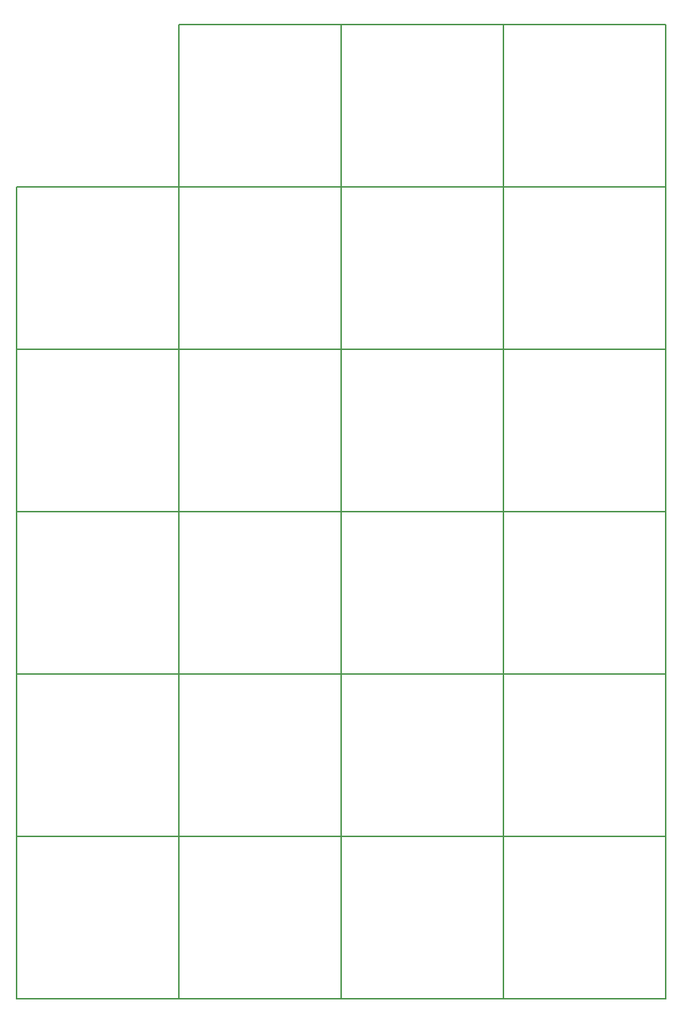
<source format=gbr>
G04 #@! TF.FileFunction,Drawing*
%FSLAX46Y46*%
G04 Gerber Fmt 4.6, Leading zero omitted, Abs format (unit mm)*
G04 Created by KiCad (PCBNEW 4.0.7) date 10/08/19 20:01:45*
%MOMM*%
%LPD*%
G01*
G04 APERTURE LIST*
%ADD10C,0.100000*%
%ADD11C,0.150000*%
G04 APERTURE END LIST*
D10*
D11*
X101600000Y-62865000D02*
X120650000Y-62865000D01*
X120650000Y-62865000D02*
X120650000Y-81915000D01*
X120650000Y-81915000D02*
X101600000Y-81915000D01*
X101600000Y-81915000D02*
X101600000Y-62865000D01*
X82550000Y-158115000D02*
X101600000Y-158115000D01*
X101600000Y-158115000D02*
X101600000Y-177165000D01*
X101600000Y-177165000D02*
X82550000Y-177165000D01*
X82550000Y-177165000D02*
X82550000Y-158115000D01*
X139700000Y-139065000D02*
X158750000Y-139065000D01*
X158750000Y-139065000D02*
X158750000Y-158115000D01*
X158750000Y-158115000D02*
X139700000Y-158115000D01*
X139700000Y-158115000D02*
X139700000Y-139065000D01*
X120650000Y-100965000D02*
X139700000Y-100965000D01*
X139700000Y-100965000D02*
X139700000Y-120015000D01*
X139700000Y-120015000D02*
X120650000Y-120015000D01*
X120650000Y-120015000D02*
X120650000Y-100965000D01*
X101600000Y-158115000D02*
X120650000Y-158115000D01*
X120650000Y-158115000D02*
X120650000Y-177165000D01*
X120650000Y-177165000D02*
X101600000Y-177165000D01*
X101600000Y-177165000D02*
X101600000Y-158115000D01*
X82550000Y-120015000D02*
X101600000Y-120015000D01*
X101600000Y-120015000D02*
X101600000Y-139065000D01*
X101600000Y-139065000D02*
X82550000Y-139065000D01*
X82550000Y-139065000D02*
X82550000Y-120015000D01*
X139700000Y-100965000D02*
X158750000Y-100965000D01*
X158750000Y-100965000D02*
X158750000Y-120015000D01*
X158750000Y-120015000D02*
X139700000Y-120015000D01*
X139700000Y-120015000D02*
X139700000Y-100965000D01*
X120650000Y-158115000D02*
X139700000Y-158115000D01*
X139700000Y-158115000D02*
X139700000Y-177165000D01*
X139700000Y-177165000D02*
X120650000Y-177165000D01*
X120650000Y-177165000D02*
X120650000Y-158115000D01*
X101600000Y-120015000D02*
X120650000Y-120015000D01*
X120650000Y-120015000D02*
X120650000Y-139065000D01*
X120650000Y-139065000D02*
X101600000Y-139065000D01*
X101600000Y-139065000D02*
X101600000Y-120015000D01*
X82550000Y-81915000D02*
X101600000Y-81915000D01*
X101600000Y-81915000D02*
X101600000Y-100965000D01*
X101600000Y-100965000D02*
X82550000Y-100965000D01*
X82550000Y-100965000D02*
X82550000Y-81915000D01*
X139700000Y-158115000D02*
X158750000Y-158115000D01*
X158750000Y-158115000D02*
X158750000Y-177165000D01*
X158750000Y-177165000D02*
X139700000Y-177165000D01*
X139700000Y-177165000D02*
X139700000Y-158115000D01*
X120650000Y-120015000D02*
X139700000Y-120015000D01*
X139700000Y-120015000D02*
X139700000Y-139065000D01*
X139700000Y-139065000D02*
X120650000Y-139065000D01*
X120650000Y-139065000D02*
X120650000Y-120015000D01*
X101600000Y-81915000D02*
X120650000Y-81915000D01*
X120650000Y-81915000D02*
X120650000Y-100965000D01*
X120650000Y-100965000D02*
X101600000Y-100965000D01*
X101600000Y-100965000D02*
X101600000Y-81915000D01*
X82550000Y-139065000D02*
X101600000Y-139065000D01*
X101600000Y-139065000D02*
X101600000Y-158115000D01*
X101600000Y-158115000D02*
X82550000Y-158115000D01*
X82550000Y-158115000D02*
X82550000Y-139065000D01*
X139700000Y-120015000D02*
X158750000Y-120015000D01*
X158750000Y-120015000D02*
X158750000Y-139065000D01*
X158750000Y-139065000D02*
X139700000Y-139065000D01*
X139700000Y-139065000D02*
X139700000Y-120015000D01*
X139700000Y-81915000D02*
X158750000Y-81915000D01*
X158750000Y-81915000D02*
X158750000Y-100965000D01*
X158750000Y-100965000D02*
X139700000Y-100965000D01*
X139700000Y-100965000D02*
X139700000Y-81915000D01*
X101600000Y-139065000D02*
X120650000Y-139065000D01*
X120650000Y-139065000D02*
X120650000Y-158115000D01*
X120650000Y-158115000D02*
X101600000Y-158115000D01*
X101600000Y-158115000D02*
X101600000Y-139065000D01*
X82550000Y-100965000D02*
X101600000Y-100965000D01*
X101600000Y-100965000D02*
X101600000Y-120015000D01*
X101600000Y-120015000D02*
X82550000Y-120015000D01*
X82550000Y-120015000D02*
X82550000Y-100965000D01*
X120650000Y-139065000D02*
X139700000Y-139065000D01*
X139700000Y-139065000D02*
X139700000Y-158115000D01*
X139700000Y-158115000D02*
X120650000Y-158115000D01*
X120650000Y-158115000D02*
X120650000Y-139065000D01*
X101600000Y-100965000D02*
X120650000Y-100965000D01*
X120650000Y-100965000D02*
X120650000Y-120015000D01*
X120650000Y-120015000D02*
X101600000Y-120015000D01*
X101600000Y-120015000D02*
X101600000Y-100965000D01*
X120650000Y-81915000D02*
X139700000Y-81915000D01*
X139700000Y-81915000D02*
X139700000Y-100965000D01*
X139700000Y-100965000D02*
X120650000Y-100965000D01*
X120650000Y-100965000D02*
X120650000Y-81915000D01*
X139700000Y-62865000D02*
X158750000Y-62865000D01*
X158750000Y-62865000D02*
X158750000Y-81915000D01*
X158750000Y-81915000D02*
X139700000Y-81915000D01*
X139700000Y-81915000D02*
X139700000Y-62865000D01*
X120650000Y-62865000D02*
X139700000Y-62865000D01*
X139700000Y-62865000D02*
X139700000Y-81915000D01*
X139700000Y-81915000D02*
X120650000Y-81915000D01*
X120650000Y-81915000D02*
X120650000Y-62865000D01*
M02*

</source>
